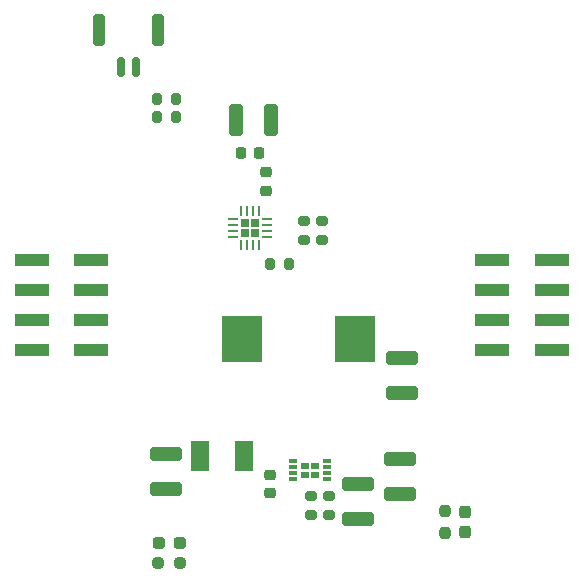
<source format=gtp>
G04 #@! TF.GenerationSoftware,KiCad,Pcbnew,8.0.1*
G04 #@! TF.CreationDate,2025-02-17T13:19:52+05:00*
G04 #@! TF.ProjectId,2s_power,32735f70-6f77-4657-922e-6b696361645f,rev?*
G04 #@! TF.SameCoordinates,Original*
G04 #@! TF.FileFunction,Paste,Top*
G04 #@! TF.FilePolarity,Positive*
%FSLAX46Y46*%
G04 Gerber Fmt 4.6, Leading zero omitted, Abs format (unit mm)*
G04 Created by KiCad (PCBNEW 8.0.1) date 2025-02-17 13:19:52*
%MOMM*%
%LPD*%
G01*
G04 APERTURE LIST*
G04 Aperture macros list*
%AMRoundRect*
0 Rectangle with rounded corners*
0 $1 Rounding radius*
0 $2 $3 $4 $5 $6 $7 $8 $9 X,Y pos of 4 corners*
0 Add a 4 corners polygon primitive as box body*
4,1,4,$2,$3,$4,$5,$6,$7,$8,$9,$2,$3,0*
0 Add four circle primitives for the rounded corners*
1,1,$1+$1,$2,$3*
1,1,$1+$1,$4,$5*
1,1,$1+$1,$6,$7*
1,1,$1+$1,$8,$9*
0 Add four rect primitives between the rounded corners*
20,1,$1+$1,$2,$3,$4,$5,0*
20,1,$1+$1,$4,$5,$6,$7,0*
20,1,$1+$1,$6,$7,$8,$9,0*
20,1,$1+$1,$8,$9,$2,$3,0*%
G04 Aperture macros list end*
%ADD10R,3.000000X1.000000*%
%ADD11RoundRect,0.237500X-0.237500X0.250000X-0.237500X-0.250000X0.237500X-0.250000X0.237500X0.250000X0*%
%ADD12R,3.500000X4.000000*%
%ADD13RoundRect,0.250000X-1.100000X0.325000X-1.100000X-0.325000X1.100000X-0.325000X1.100000X0.325000X0*%
%ADD14RoundRect,0.200000X-0.275000X0.200000X-0.275000X-0.200000X0.275000X-0.200000X0.275000X0.200000X0*%
%ADD15RoundRect,0.182500X0.182500X-0.182500X0.182500X0.182500X-0.182500X0.182500X-0.182500X-0.182500X0*%
%ADD16RoundRect,0.062500X0.062500X-0.350000X0.062500X0.350000X-0.062500X0.350000X-0.062500X-0.350000X0*%
%ADD17RoundRect,0.062500X0.350000X-0.062500X0.350000X0.062500X-0.350000X0.062500X-0.350000X-0.062500X0*%
%ADD18R,1.500000X2.500000*%
%ADD19RoundRect,0.200000X0.275000X-0.200000X0.275000X0.200000X-0.275000X0.200000X-0.275000X-0.200000X0*%
%ADD20RoundRect,0.200000X-0.200000X-0.275000X0.200000X-0.275000X0.200000X0.275000X-0.200000X0.275000X0*%
%ADD21RoundRect,0.237500X-0.250000X-0.237500X0.250000X-0.237500X0.250000X0.237500X-0.250000X0.237500X0*%
%ADD22RoundRect,0.225000X-0.250000X0.225000X-0.250000X-0.225000X0.250000X-0.225000X0.250000X0.225000X0*%
%ADD23RoundRect,0.225000X0.250000X-0.225000X0.250000X0.225000X-0.250000X0.225000X-0.250000X-0.225000X0*%
%ADD24RoundRect,0.250000X-0.325000X-1.100000X0.325000X-1.100000X0.325000X1.100000X-0.325000X1.100000X0*%
%ADD25RoundRect,0.200000X0.200000X0.275000X-0.200000X0.275000X-0.200000X-0.275000X0.200000X-0.275000X0*%
%ADD26R,0.710000X0.580000*%
%ADD27R,0.750000X0.300000*%
%ADD28RoundRect,0.237500X-0.237500X0.287500X-0.237500X-0.287500X0.237500X-0.287500X0.237500X0.287500X0*%
%ADD29RoundRect,0.150000X0.150000X0.700000X-0.150000X0.700000X-0.150000X-0.700000X0.150000X-0.700000X0*%
%ADD30RoundRect,0.250000X0.250000X1.100000X-0.250000X1.100000X-0.250000X-1.100000X0.250000X-1.100000X0*%
%ADD31RoundRect,0.237500X-0.287500X-0.237500X0.287500X-0.237500X0.287500X0.237500X-0.287500X0.237500X0*%
%ADD32RoundRect,0.225000X0.225000X0.250000X-0.225000X0.250000X-0.225000X-0.250000X0.225000X-0.250000X0*%
G04 APERTURE END LIST*
D10*
X181880000Y-108810000D03*
X186920000Y-108810000D03*
X181880000Y-106270001D03*
X186920000Y-106270001D03*
X181880000Y-103729999D03*
X186920000Y-103729999D03*
X181880000Y-101190000D03*
X186920000Y-101190000D03*
D11*
X177901800Y-122410951D03*
X177901800Y-124235951D03*
D12*
X160725000Y-107875000D03*
X170225000Y-107875000D03*
D13*
X170525001Y-120100001D03*
X170525001Y-123050003D03*
D14*
X167475000Y-97825000D03*
X167475000Y-99475000D03*
D15*
X160955000Y-98857500D03*
X161795000Y-98857500D03*
X160955000Y-98017500D03*
X161795000Y-98017500D03*
D16*
X160625000Y-99900000D03*
X161125000Y-99900000D03*
X161625000Y-99900000D03*
X162125000Y-99900000D03*
D17*
X162837500Y-99187500D03*
X162837500Y-98687500D03*
X162837500Y-98187500D03*
X162837500Y-97687500D03*
D16*
X162125000Y-96975000D03*
X161625000Y-96975000D03*
X161125000Y-96975000D03*
X160625000Y-96975000D03*
D17*
X159912500Y-97687500D03*
X159912500Y-98187500D03*
X159912500Y-98687500D03*
X159912500Y-99187500D03*
D18*
X160875001Y-117750000D03*
X157174999Y-117750000D03*
D13*
X174101800Y-118017200D03*
X174101800Y-120967202D03*
D10*
X147920000Y-101190000D03*
X142880000Y-101190000D03*
X147920000Y-103730000D03*
X142880000Y-103730000D03*
X147920000Y-106270000D03*
X142880000Y-106270000D03*
X147920000Y-108810000D03*
X142880000Y-108810000D03*
D14*
X168025000Y-121100002D03*
X168025000Y-122750002D03*
D19*
X165925000Y-99475000D03*
X165925000Y-97825000D03*
D20*
X153475000Y-89050000D03*
X155125000Y-89050000D03*
D21*
X153576801Y-126854700D03*
X155401801Y-126854700D03*
D22*
X162750000Y-93725000D03*
X162750000Y-95275000D03*
D19*
X166525000Y-122750002D03*
X166525000Y-121100002D03*
D23*
X163025000Y-120875001D03*
X163025000Y-119325001D03*
D24*
X160200000Y-89300000D03*
X163150000Y-89300000D03*
D25*
X164700000Y-101475000D03*
X163050000Y-101475000D03*
X155125000Y-87550000D03*
X153475000Y-87550000D03*
D13*
X154271001Y-117593998D03*
X154271001Y-120544000D03*
D26*
X166900000Y-119325001D03*
X166900000Y-118600001D03*
X166025000Y-119325001D03*
X166025000Y-118600001D03*
D27*
X167912500Y-119712501D03*
X167912500Y-119212501D03*
X167912500Y-118712501D03*
X167912500Y-118212501D03*
X165012500Y-118212501D03*
X165012500Y-118712501D03*
X165012500Y-119212501D03*
X165012500Y-119712501D03*
D28*
X179551800Y-122473452D03*
X179551800Y-124223450D03*
D29*
X151725000Y-84850000D03*
X150475000Y-84850000D03*
D30*
X153575000Y-81650000D03*
X148625000Y-81650000D03*
D31*
X153701802Y-125129700D03*
X155451800Y-125129700D03*
D13*
X174225000Y-109449999D03*
X174225000Y-112400001D03*
D32*
X162150000Y-92075000D03*
X160600000Y-92075000D03*
M02*

</source>
